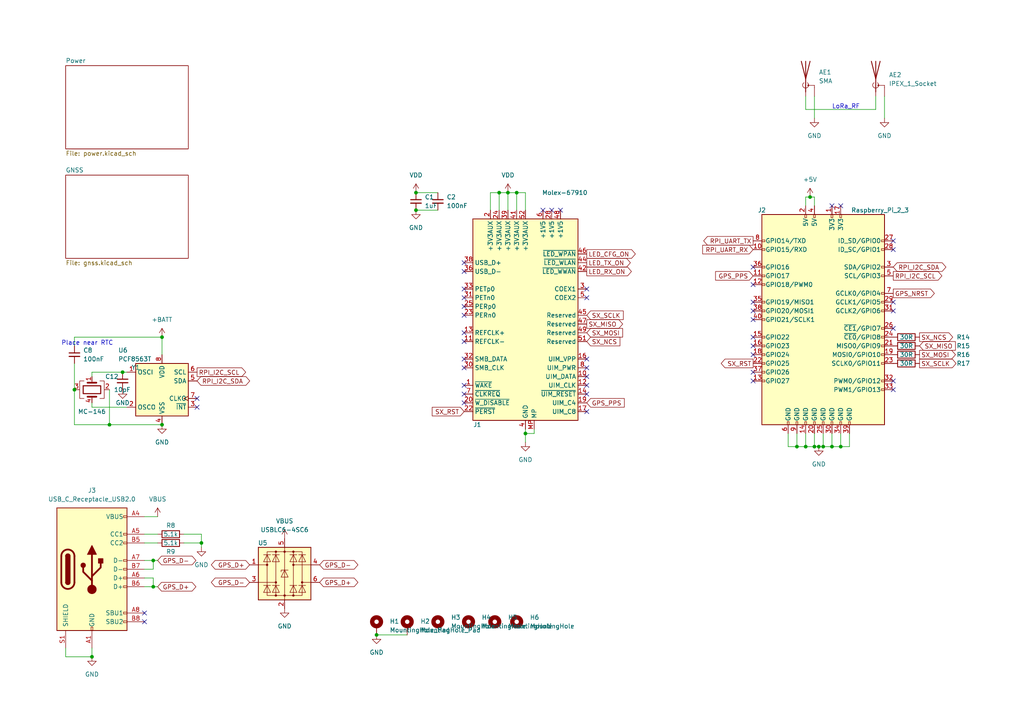
<source format=kicad_sch>
(kicad_sch (version 20230121) (generator eeschema)
  (paper "A4")
  (title_block (title "Pudding_LWGW") (date "2023-06-24") (rev "A0") (company "Pudding Industrials"))
  (lib_symbols
    (symbol "Connector:Bus_PCI_Express_Mini"
      (property "Reference" "J" (at -16.51 31.75 0))
      (property "Value" "Bus_PCI_Express_Mini" (at 22.86 31.75 0))
      (symbol "Bus_PCI_Express_Mini_0_1"
        (rectangle (start -15.24 30.48) (end 15.24 -27.94) (stroke (width 0.254)) (fill (type background)))
      )
      (symbol "Bus_PCI_Express_Mini_1_1"
        (pin open_collector line (at -17.78 -17.78 0) (length 2.54) (name "~{WAKE}") (number "1"))
        (pin bidirectional line (at 17.78 -15.24 180) (length 2.54) (name "UIM_DATA") (number "10"))
        (pin input line (at -17.78 -5.08 0) (length 2.54) (name "REFCLK-") (number "11"))
        (pin output line (at 17.78 -17.78 180) (length 2.54) (name "UIM_CLK") (number "12"))
        (pin input line (at -17.78 -2.54 0) (length 2.54) (name "REFCLK+") (number "13"))
        (pin output line (at 17.78 -20.32 180) (length 2.54) (name "~{UIM_RESET}") (number "14"))
        (pin passive line (at 0 -30.48 90) (length 2.54) hide (name "GND") (number "15"))
        (pin power_out line (at 17.78 -10.16 180) (length 2.54) (name "UIM_VPP") (number "16"))
        (pin passive line (at 17.78 -25.4 180) (length 2.54) (name "UIM_C8") (number "17"))
        (pin passive line (at 0 -30.48 90) (length 2.54) hide (name "GND") (number "18"))
        (pin passive line (at 17.78 -22.86 180) (length 2.54) (name "UIM_C4") (number "19"))
        (pin power_in line (at -10.16 33.02 270) (length 2.54) (name "+3V3AUX") (number "2"))
        (pin input line (at -17.78 -22.86 0) (length 2.54) (name "~{W_DISABLE}") (number "20"))
        (pin passive line (at 0 -30.48 90) (length 2.54) hide (name "GND") (number "21"))
        (pin input line (at -17.78 -25.4 0) (length 2.54) (name "~{PERST}") (number "22"))
        (pin output line (at -17.78 2.54 0) (length 2.54) (name "PERn0") (number "23"))
        (pin power_in line (at -7.62 33.02 270) (length 2.54) (name "+3V3AUX") (number "24"))
        (pin output line (at -17.78 5.08 0) (length 2.54) (name "PERp0") (number "25"))
        (pin passive line (at 0 -30.48 90) (length 2.54) hide (name "GND") (number "26"))
        (pin passive line (at 0 -30.48 90) (length 2.54) hide (name "GND") (number "27"))
        (pin power_in line (at 7.62 33.02 270) (length 2.54) (name "+1V5") (number "28"))
        (pin passive line (at 0 -30.48 90) (length 2.54) hide (name "GND") (number "29"))
        (pin passive line (at 17.78 10.16 180) (length 2.54) (name "COEX1") (number "3"))
        (pin input line (at -17.78 -12.7 0) (length 2.54) (name "SMB_CLK") (number "30"))
        (pin input line (at -17.78 7.62 0) (length 2.54) (name "PETn0") (number "31"))
        (pin bidirectional line (at -17.78 -10.16 0) (length 2.54) (name "SMB_DATA") (number "32"))
        (pin input line (at -17.78 10.16 0) (length 2.54) (name "PETp0") (number "33"))
        (pin passive line (at 0 -30.48 90) (length 2.54) hide (name "GND") (number "34"))
        (pin passive line (at 0 -30.48 90) (length 2.54) hide (name "GND") (number "35"))
        (pin bidirectional line (at -17.78 15.24 0) (length 2.54) (name "USB_D-") (number "36"))
        (pin passive line (at 0 -30.48 90) (length 2.54) hide (name "GND") (number "37"))
        (pin bidirectional line (at -17.78 17.78 0) (length 2.54) (name "USB_D+") (number "38"))
        (pin power_in line (at -5.08 33.02 270) (length 2.54) (name "+3V3AUX") (number "39"))
        (pin power_in line (at 0 -30.48 90) (length 2.54) (name "GND") (number "4"))
        (pin passive line (at 0 -30.48 90) (length 2.54) hide (name "GND") (number "40"))
        (pin power_in line (at -2.54 33.02 270) (length 2.54) (name "+3V3AUX") (number "41"))
        (pin open_collector line (at 17.78 15.24 180) (length 2.54) (name "~{LED_WWAN}") (number "42"))
        (pin passive line (at 0 -30.48 90) (length 2.54) hide (name "GND") (number "43"))
        (pin open_collector line (at 17.78 17.78 180) (length 2.54) (name "~{LED_WLAN}") (number "44"))
        (pin passive line (at 17.78 2.54 180) (length 2.54) (name "Reserved") (number "45"))
        (pin open_collector line (at 17.78 20.32 180) (length 2.54) (name "~{LED_WPAN}") (number "46"))
        (pin passive line (at 17.78 0 180) (length 2.54) (name "Reserved") (number "47"))
        (pin power_in line (at 10.16 33.02 270) (length 2.54) (name "+1V5") (number "48"))
        (pin passive line (at 17.78 -2.54 180) (length 2.54) (name "Reserved") (number "49"))
        (pin passive line (at 17.78 7.62 180) (length 2.54) (name "COEX2") (number "5"))
        (pin passive line (at 0 -30.48 90) (length 2.54) hide (name "GND") (number "50"))
        (pin passive line (at 17.78 -5.08 180) (length 2.54) (name "Reserved") (number "51"))
        (pin power_in line (at 0 33.02 270) (length 2.54) (name "+3V3AUX") (number "52"))
        (pin power_in line (at 5.08 33.02 270) (length 2.54) (name "+1V5") (number "6"))
        (pin open_collector line (at -17.78 -20.32 0) (length 2.54) (name "~{CLKREQ}") (number "7"))
        (pin power_out line (at 17.78 -12.7 180) (length 2.54) (name "UIM_PWR") (number "8"))
        (pin passive line (at 0 -30.48 90) (length 2.54) hide (name "GND") (number "9"))
        (pin passive line (at 2.54 -30.48 90) (length 2.54) (name "MP") (number "MP"))
      )
    )
    (symbol "Connector:Raspberry_Pi_2_3" (pin_names (offset 1.016))
      (property "Reference" "J" (at -17.78 31.75 0))
      (property "Value" "Raspberry_Pi_2_3" (at 10.16 -31.75 0))
      (symbol "Raspberry_Pi_2_3_0_1"
        (rectangle (start -17.78 30.48) (end 17.78 -30.48) (stroke (width 0.254)) (fill (type background)))
      )
      (symbol "Raspberry_Pi_2_3_1_1"
        (rectangle (start -16.891 -17.526) (end -17.78 -18.034))
        (rectangle (start -16.891 -14.986) (end -17.78 -15.494))
        (rectangle (start -16.891 -12.446) (end -17.78 -12.954))
        (rectangle (start -16.891 -9.906) (end -17.78 -10.414))
        (rectangle (start -16.891 -7.366) (end -17.78 -7.874))
        (rectangle (start -16.891 -4.826) (end -17.78 -5.334))
        (rectangle (start -16.891 0.254) (end -17.78 -0.254))
        (rectangle (start -16.891 2.794) (end -17.78 2.286))
        (rectangle (start -16.891 5.334) (end -17.78 4.826))
        (rectangle (start -16.891 10.414) (end -17.78 9.906))
        (rectangle (start -16.891 12.954) (end -17.78 12.446))
        (rectangle (start -16.891 15.494) (end -17.78 14.986))
        (rectangle (start -16.891 20.574) (end -17.78 20.066))
        (rectangle (start -16.891 23.114) (end -17.78 22.606))
        (rectangle (start -10.414 -29.591) (end -9.906 -30.48))
        (rectangle (start -7.874 -29.591) (end -7.366 -30.48))
        (rectangle (start -5.334 -29.591) (end -4.826 -30.48))
        (rectangle (start -5.334 30.48) (end -4.826 29.591))
        (rectangle (start -2.794 -29.591) (end -2.286 -30.48))
        (rectangle (start -2.794 30.48) (end -2.286 29.591))
        (rectangle (start -0.254 -29.591) (end 0.254 -30.48))
        (rectangle (start 2.286 -29.591) (end 2.794 -30.48))
        (rectangle (start 2.286 30.48) (end 2.794 29.591))
        (rectangle (start 4.826 -29.591) (end 5.334 -30.48))
        (rectangle (start 4.826 30.48) (end 5.334 29.591))
        (rectangle (start 7.366 -29.591) (end 7.874 -30.48))
        (rectangle (start 17.78 -20.066) (end 16.891 -20.574))
        (rectangle (start 17.78 -17.526) (end 16.891 -18.034))
        (rectangle (start 17.78 -12.446) (end 16.891 -12.954))
        (rectangle (start 17.78 -9.906) (end 16.891 -10.414))
        (rectangle (start 17.78 -7.366) (end 16.891 -7.874))
        (rectangle (start 17.78 -4.826) (end 16.891 -5.334))
        (rectangle (start 17.78 -2.286) (end 16.891 -2.794))
        (rectangle (start 17.78 2.794) (end 16.891 2.286))
        (rectangle (start 17.78 5.334) (end 16.891 4.826))
        (rectangle (start 17.78 7.874) (end 16.891 7.366))
        (rectangle (start 17.78 12.954) (end 16.891 12.446))
        (rectangle (start 17.78 15.494) (end 16.891 14.986))
        (rectangle (start 17.78 20.574) (end 16.891 20.066))
        (rectangle (start 17.78 23.114) (end 16.891 22.606))
        (pin power_in line (at 2.54 33.02 270) (length 2.54) (name "3V3") (number "1"))
        (pin bidirectional line (at -20.32 20.32 0) (length 2.54) (name "GPIO15/RXD") (number "10"))
        (pin bidirectional line (at -20.32 12.7 0) (length 2.54) (name "GPIO17") (number "11"))
        (pin bidirectional line (at -20.32 10.16 0) (length 2.54) (name "GPIO18/PWM0") (number "12"))
        (pin bidirectional line (at -20.32 -17.78 0) (length 2.54) (name "GPIO27") (number "13"))
        (pin power_in line (at -5.08 -33.02 90) (length 2.54) (name "GND") (number "14"))
        (pin bidirectional line (at -20.32 -5.08 0) (length 2.54) (name "GPIO22") (number "15"))
        (pin bidirectional line (at -20.32 -7.62 0) (length 2.54) (name "GPIO23") (number "16"))
        (pin power_in line (at 5.08 33.02 270) (length 2.54) (name "3V3") (number "17"))
        (pin bidirectional line (at -20.32 -10.16 0) (length 2.54) (name "GPIO24") (number "18"))
        (pin bidirectional line (at 20.32 -10.16 180) (length 2.54) (name "MOSI0/GPIO10") (number "19"))
        (pin power_in line (at -5.08 33.02 270) (length 2.54) (name "5V") (number "2"))
        (pin power_in line (at -2.54 -33.02 90) (length 2.54) (name "GND") (number "20"))
        (pin bidirectional line (at 20.32 -7.62 180) (length 2.54) (name "MISO0/GPIO9") (number "21"))
        (pin bidirectional line (at -20.32 -12.7 0) (length 2.54) (name "GPIO25") (number "22"))
        (pin bidirectional line (at 20.32 -12.7 180) (length 2.54) (name "SCLK0/GPIO11") (number "23"))
        (pin bidirectional line (at 20.32 -5.08 180) (length 2.54) (name "~{CE0}/GPIO8") (number "24"))
        (pin power_in line (at 0 -33.02 90) (length 2.54) (name "GND") (number "25"))
        (pin bidirectional line (at 20.32 -2.54 180) (length 2.54) (name "~{CE1}/GPIO7") (number "26"))
        (pin bidirectional line (at 20.32 22.86 180) (length 2.54) (name "ID_SD/GPIO0") (number "27"))
        (pin bidirectional line (at 20.32 20.32 180) (length 2.54) (name "ID_SC/GPIO1") (number "28"))
        (pin bidirectional line (at 20.32 5.08 180) (length 2.54) (name "GCLK1/GPIO5") (number "29"))
        (pin bidirectional line (at 20.32 15.24 180) (length 2.54) (name "SDA/GPIO2") (number "3"))
        (pin power_in line (at 2.54 -33.02 90) (length 2.54) (name "GND") (number "30"))
        (pin bidirectional line (at 20.32 2.54 180) (length 2.54) (name "GCLK2/GPIO6") (number "31"))
        (pin bidirectional line (at 20.32 -17.78 180) (length 2.54) (name "PWM0/GPIO12") (number "32"))
        (pin bidirectional line (at 20.32 -20.32 180) (length 2.54) (name "PWM1/GPIO13") (number "33"))
        (pin power_in line (at 5.08 -33.02 90) (length 2.54) (name "GND") (number "34"))
        (pin bidirectional line (at -20.32 5.08 0) (length 2.54) (name "GPIO19/MISO1") (number "35"))
        (pin bidirectional line (at -20.32 15.24 0) (length 2.54) (name "GPIO16") (number "36"))
        (pin bidirectional line (at -20.32 -15.24 0) (length 2.54) (name "GPIO26") (number "37"))
        (pin bidirectional line (at -20.32 2.54 0) (length 2.54) (name "GPIO20/MOSI1") (number "38"))
        (pin power_in line (at 7.62 -33.02 90) (length 2.54) (name "GND") (number "39"))
        (pin power_in line (at -2.54 33.02 270) (length 2.54) (name "5V") (number "4"))
        (pin bidirectional line (at -20.32 0 0) (length 2.54) (name "GPIO21/SCLK1") (number "40"))
        (pin bidirectional line (at 20.32 12.7 180) (length 2.54) (name "SCL/GPIO3") (number "5"))
        (pin power_in line (at -10.16 -33.02 90) (length 2.54) (name "GND") (number "6"))
        (pin bidirectional line (at 20.32 7.62 180) (length 2.54) (name "GCLK0/GPIO4") (number "7"))
        (pin bidirectional line (at -20.32 22.86 0) (length 2.54) (name "GPIO14/TXD") (number "8"))
        (pin power_in line (at -7.62 -33.02 90) (length 2.54) (name "GND") (number "9"))
      )
    )
    (symbol "Connector:USB_C_Receptacle_USB2.0" (pin_names (offset 1.016))
      (property "Reference" "J" (at -10.16 19.05 0))
      (property "Value" "USB_C_Receptacle_USB2.0" (at 19.05 19.05 0))
      (symbol "USB_C_Receptacle_USB2.0_0_0"
        (rectangle (start -0.254 -17.78) (end 0.254 -16.764))
        (rectangle (start 10.16 -14.986) (end 9.144 -15.494))
        (rectangle (start 10.16 -12.446) (end 9.144 -12.954))
        (rectangle (start 10.16 -4.826) (end 9.144 -5.334))
        (rectangle (start 10.16 -2.286) (end 9.144 -2.794))
        (rectangle (start 10.16 0.254) (end 9.144 -0.254))
        (rectangle (start 10.16 2.794) (end 9.144 2.286))
        (rectangle (start 10.16 7.874) (end 9.144 7.366))
        (rectangle (start 10.16 10.414) (end 9.144 9.906))
        (rectangle (start 10.16 15.494) (end 9.144 14.986))
      )
      (symbol "USB_C_Receptacle_USB2.0_0_1"
        (rectangle (start -10.16 17.78) (end 10.16 -17.78) (stroke (width 0.254)) (fill (type background)))
        (arc (start -8.89 -3.81) (mid -6.985 -5.7067) (end -5.08 -3.81) (stroke (width 0.508)))
        (arc (start -7.62 -3.81) (mid -6.985 -4.4423) (end -6.35 -3.81) (stroke (width 0.254)))
        (arc (start -7.62 -3.81) (mid -6.985 -4.4423) (end -6.35 -3.81) (stroke (width 0.254)) (fill (type outline)))
        (rectangle (start -7.62 -3.81) (end -6.35 3.81) (stroke (width 0.254)) (fill (type outline)))
        (arc (start -6.35 3.81) (mid -6.985 4.4423) (end -7.62 3.81) (stroke (width 0.254)))
        (arc (start -6.35 3.81) (mid -6.985 4.4423) (end -7.62 3.81) (stroke (width 0.254)) (fill (type outline)))
        (arc (start -5.08 3.81) (mid -6.985 5.7067) (end -8.89 3.81) (stroke (width 0.508)))
        (circle (center -2.54 1.143) (radius 0.635) (stroke (width 0.254)) (fill (type outline)))
        (circle (center 0 -5.842) (radius 1.27) (fill (type outline)))
        (polyline (pts (xy -8.89 -3.81) (xy -8.89 3.81)) (stroke (width 0.508)))
        (polyline (pts (xy -5.08 3.81) (xy -5.08 -3.81)) (stroke (width 0.508)))
        (polyline (pts (xy 0 -5.842) (xy 0 4.318)) (stroke (width 0.508)))
        (polyline (pts (xy 0 -3.302) (xy -2.54 -0.762) (xy -2.54 0.508)) (stroke (width 0.508)))
        (polyline (pts (xy 0 -2.032) (xy 2.54 0.508) (xy 2.54 1.778)) (stroke (width 0.508)))
        (polyline (pts (xy -1.27 4.318) (xy 0 6.858) (xy 1.27 4.318) (xy -1.27 4.318)) (stroke (width 0.254)) (fill (type outline)))
        (rectangle (start 1.905 1.778) (end 3.175 3.048) (stroke (width 0.254)) (fill (type outline)))
      )
      (symbol "USB_C_Receptacle_USB2.0_1_1"
        (pin passive line (at 0 -22.86 90) (length 5.08) (name "GND") (number "A1"))
        (pin passive line (at 0 -22.86 90) (length 5.08) hide (name "GND") (number "A12"))
        (pin passive line (at 15.24 15.24 180) (length 5.08) (name "VBUS") (number "A4"))
        (pin bidirectional line (at 15.24 10.16 180) (length 5.08) (name "CC1") (number "A5"))
        (pin bidirectional line (at 15.24 -2.54 180) (length 5.08) (name "D+") (number "A6"))
        (pin bidirectional line (at 15.24 2.54 180) (length 5.08) (name "D-") (number "A7"))
        (pin bidirectional line (at 15.24 -12.7 180) (length 5.08) (name "SBU1") (number "A8"))
        (pin passive line (at 15.24 15.24 180) (length 5.08) hide (name "VBUS") (number "A9"))
        (pin passive line (at 0 -22.86 90) (length 5.08) hide (name "GND") (number "B1"))
        (pin passive line (at 0 -22.86 90) (length 5.08) hide (name "GND") (number "B12"))
        (pin passive line (at 15.24 15.24 180) (length 5.08) hide (name "VBUS") (number "B4"))
        (pin bidirectional line (at 15.24 7.62 180) (length 5.08) (name "CC2") (number "B5"))
        (pin bidirectional line (at 15.24 -5.08 180) (length 5.08) (name "D+") (number "B6"))
        (pin bidirectional line (at 15.24 0 180) (length 5.08) (name "D-") (number "B7"))
        (pin bidirectional line (at 15.24 -15.24 180) (length 5.08) (name "SBU2") (number "B8"))
        (pin passive line (at 15.24 15.24 180) (length 5.08) hide (name "VBUS") (number "B9"))
        (pin passive line (at -7.62 -22.86 90) (length 5.08) (name "SHIELD") (number "S1"))
      )
    )
    (symbol "Device:Antenna_Shield" (pin_numbers hide) (pin_names (offset 1.016) hide)
      (property "Reference" "AE" (at -1.905 4.445 0))
      (property "Value" "Antenna_Shield" (at -1.905 2.54 0))
      (symbol "Antenna_Shield_0_1"
        (arc (start -0.508 -1.143) (mid -0.8429 -2.1194) (end 0 -2.667))
        (arc (start 0 -2.667) (mid 0.7989 -2.1052) (end 0.508 -1.143))
        (polyline (pts (xy 0 -2.54) (xy 0 0)))
        (polyline (pts (xy 0 5.08) (xy 0 -3.81)) (stroke (width 0.254)))
        (polyline (pts (xy 0.762 -1.905) (xy 2.54 -1.905)))
        (polyline (pts (xy 2.54 -2.54) (xy 2.54 -1.905)))
        (polyline (pts (xy 1.27 5.08) (xy 0 0) (xy -1.27 5.08)) (stroke (width 0.254)))
        (circle (center 0.762 -1.905) (radius 0.1778) (fill (type outline)))
      )
      (symbol "Antenna_Shield_1_1"
        (pin input line (at 0 -5.08 90) (length 2.54) (name "A") (number "1"))
        (pin input line (at 2.54 -5.08 90) (length 2.54) (name "Shield") (number "2"))
      )
    )
    (symbol "Device:C_Small" (pin_numbers hide) (pin_names (offset 0.254) hide)
      (property "Reference" "C" (at 0.254 1.778 0))
      (property "Value" "C_Small" (at 0.254 -2.032 0))
      (symbol "C_Small_0_1"
        (polyline (pts (xy -1.524 -0.508) (xy 1.524 -0.508)) (stroke (width 0.3302)))
        (polyline (pts (xy -1.524 0.508) (xy 1.524 0.508)) (stroke (width 0.3048)))
      )
      (symbol "C_Small_1_1"
        (pin passive line (at 0 2.54 270) (length 2.032) (name "~") (number "1"))
        (pin passive line (at 0 -2.54 90) (length 2.032) (name "~") (number "2"))
      )
    )
    (symbol "Device:Crystal_GND23" (pin_names (offset 1.016) hide)
      (property "Reference" "Y" (at 3.175 5.08 0))
      (property "Value" "Crystal_GND23" (at 3.175 3.175 0))
      (symbol "Crystal_GND23_0_1"
        (rectangle (start -1.143 2.54) (end 1.143 -2.54) (stroke (width 0.3048)))
        (polyline (pts (xy -2.54 0) (xy -2.032 0)))
        (polyline (pts (xy -2.032 -1.27) (xy -2.032 1.27)) (stroke (width 0.508)))
        (polyline (pts (xy 0 -3.81) (xy 0 -3.556)))
        (polyline (pts (xy 0 3.556) (xy 0 3.81)))
        (polyline (pts (xy 2.032 -1.27) (xy 2.032 1.27)) (stroke (width 0.508)))
        (polyline (pts (xy 2.032 0) (xy 2.54 0)))
        (polyline (pts (xy -2.54 -2.286) (xy -2.54 -3.556) (xy 2.54 -3.556) (xy 2.54 -2.286)))
        (polyline (pts (xy -2.54 2.286) (xy -2.54 3.556) (xy 2.54 3.556) (xy 2.54 2.286)))
      )
      (symbol "Crystal_GND23_1_1"
        (pin passive line (at -3.81 0 0) (length 1.27) (name "1") (number "1"))
        (pin passive line (at 0 5.08 270) (length 1.27) (name "2") (number "2"))
        (pin passive line (at 0 -5.08 90) (length 1.27) (name "3") (number "3"))
        (pin passive line (at 3.81 0 180) (length 1.27) (name "4") (number "4"))
      )
    )
    (symbol "Device:R" (pin_numbers hide) (pin_names (offset 0))
      (property "Reference" "R" (at 2.032 0 90))
      (property "Value" "R" (at 0 0 90))
      (symbol "R_0_1"
        (rectangle (start -1.016 -2.54) (end 1.016 2.54) (stroke (width 0.254)))
      )
      (symbol "R_1_1"
        (pin passive line (at 0 3.81 270) (length 1.27) (name "~") (number "1"))
        (pin passive line (at 0 -3.81 90) (length 1.27) (name "~") (number "2"))
      )
    )
    (symbol "Mechanical:MountingHole" (pin_names (offset 1.016))
      (property "Reference" "H" (at 0 5.08 0))
      (property "Value" "MountingHole" (at 0 3.175 0))
      (symbol "MountingHole_0_1"
        (circle (center 0 0) (radius 1.27) (stroke (width 1.27)))
      )
    )
    (symbol "Mechanical:MountingHole_Pad" (pin_numbers hide) (pin_names (offset 1.016) hide)
      (property "Reference" "H" (at 0 6.35 0))
      (property "Value" "MountingHole_Pad" (at 0 4.445 0))
      (symbol "MountingHole_Pad_0_1"
        (circle (center 0 1.27) (radius 1.27) (stroke (width 1.27)))
      )
      (symbol "MountingHole_Pad_1_1"
        (pin input line (at 0 -2.54 90) (length 2.54) (name "1") (number "1"))
      )
    )
    (symbol "Power_Protection:USBLC6-4SC6" (pin_names hide)
      (property "Reference" "U" (at 2.54 8.89 0))
      (property "Value" "USBLC6-4SC6" (at 2.54 -8.89 0))
      (symbol "USBLC6-4SC6_0_1"
        (rectangle (start -7.62 -7.62) (end 7.62 7.62) (stroke (width 0.254)) (fill (type background)))
        (circle (center -5.08 2.54) (radius 0.254) (fill (type outline)))
        (circle (center -2.54 -6.35) (radius 0.254) (fill (type outline)))
        (circle (center -2.54 -2.54) (radius 0.254) (fill (type outline)))
        (circle (center -2.54 6.35) (radius 0.254) (fill (type outline)))
        (rectangle (start -2.54 6.35) (end 2.54 -6.35))
        (circle (center 0 -6.35) (radius 0.254) (fill (type outline)))
        (polyline (pts (xy -5.08 2.54) (xy -7.62 2.54)))
        (polyline (pts (xy -4.064 -3.429) (xy -6.096 -3.429)))
        (polyline (pts (xy -4.064 5.461) (xy -6.096 5.461)))
        (polyline (pts (xy -2.54 -2.54) (xy -7.62 -2.54)))
        (polyline (pts (xy -1.524 -3.429) (xy -3.556 -3.429)))
        (polyline (pts (xy -1.524 5.461) (xy -3.556 5.461)))
        (polyline (pts (xy 0 -7.62) (xy 0 -6.35)))
        (polyline (pts (xy 0 -6.35) (xy 0 1.27)))
        (polyline (pts (xy 0 1.27) (xy 0 6.35)))
        (polyline (pts (xy 0 6.35) (xy 0 7.62)))
        (polyline (pts (xy 1.524 -3.429) (xy 3.556 -3.429)))
        (polyline (pts (xy 1.524 5.461) (xy 3.556 5.461)))
        (polyline (pts (xy 2.54 2.54) (xy 7.62 2.54)))
        (polyline (pts (xy 4.064 -3.429) (xy 6.096 -3.429)))
        (polyline (pts (xy 4.064 5.461) (xy 6.096 5.461)))
        (polyline (pts (xy 5.08 -2.54) (xy 7.62 -2.54)))
        (polyline (pts (xy -6.096 -5.461) (xy -4.064 -5.461) (xy -5.08 -3.429) (xy -6.096 -5.461)))
        (polyline (pts (xy -6.096 3.429) (xy -4.064 3.429) (xy -5.08 5.461) (xy -6.096 3.429)))
        (polyline (pts (xy -3.556 -5.461) (xy -1.524 -5.461) (xy -2.54 -3.429) (xy -3.556 -5.461)))
        (polyline (pts (xy -3.556 3.429) (xy -1.524 3.429) (xy -2.54 5.461) (xy -3.556 3.429)))
        (polyline (pts (xy -2.54 6.35) (xy -5.08 6.35) (xy -5.08 -6.35) (xy -2.54 -6.35)))
        (polyline (pts (xy -1.016 -1.016) (xy 1.016 -1.016) (xy 0 1.016) (xy -1.016 -1.016)))
        (polyline (pts (xy 1.016 1.016) (xy 0.762 1.016) (xy -1.016 1.016) (xy -1.016 0.508)))
        (polyline (pts (xy 2.54 6.35) (xy 5.08 6.35) (xy 5.08 -6.35) (xy 2.54 -6.35)))
        (polyline (pts (xy 3.556 -5.461) (xy 1.524 -5.461) (xy 2.54 -3.429) (xy 3.556 -5.461)))
        (polyline (pts (xy 3.556 3.429) (xy 1.524 3.429) (xy 2.54 5.461) (xy 3.556 3.429)))
        (polyline (pts (xy 6.096 -5.461) (xy 4.064 -5.461) (xy 5.08 -3.429) (xy 6.096 -5.461)))
        (polyline (pts (xy 6.096 3.429) (xy 4.064 3.429) (xy 5.08 5.461) (xy 6.096 3.429)))
        (circle (center 0 6.35) (radius 0.254) (fill (type outline)))
        (circle (center 2.54 -6.35) (radius 0.254) (fill (type outline)))
        (circle (center 2.54 2.54) (radius 0.254) (fill (type outline)))
        (circle (center 2.54 6.35) (radius 0.254) (fill (type outline)))
        (circle (center 5.08 -2.54) (radius 0.254) (fill (type outline)))
      )
      (symbol "USBLC6-4SC6_1_1"
        (pin passive line (at -10.16 2.54 0) (length 2.54) (name "I/O1") (number "1"))
        (pin passive line (at 0 -10.16 90) (length 2.54) (name "GND") (number "2"))
        (pin passive line (at -10.16 -2.54 0) (length 2.54) (name "I/O2") (number "3"))
        (pin passive line (at 10.16 2.54 180) (length 2.54) (name "I/O3") (number "4"))
        (pin passive line (at 0 10.16 270) (length 2.54) (name "VBUS") (number "5"))
        (pin passive line (at 10.16 -2.54 180) (length 2.54) (name "I/O4") (number "6"))
      )
    )
    (symbol "Timer_RTC:PCF8563T"
      (property "Reference" "U" (at -7.62 8.89 0))
      (property "Value" "PCF8563T" (at 2.54 8.89 0))
      (symbol "PCF8563T_0_1"
        (rectangle (start -7.62 7.62) (end 7.62 -7.62) (stroke (width 0.254)) (fill (type background)))
      )
      (symbol "PCF8563T_1_1"
        (pin input line (at -10.16 5.08 0) (length 2.54) (name "OSCI") (number "1"))
        (pin output line (at -10.16 -5.08 0) (length 2.54) (name "OSCO") (number "2"))
        (pin output line (at 10.16 -5.08 180) (length 2.54) (name "~{INT}") (number "3"))
        (pin power_in line (at 0 -10.16 90) (length 2.54) (name "VSS") (number "4"))
        (pin bidirectional line (at 10.16 2.54 180) (length 2.54) (name "SDA") (number "5"))
        (pin input line (at 10.16 5.08 180) (length 2.54) (name "SCL") (number "6"))
        (pin output clock (at 10.16 -2.54 180) (length 2.54) (name "CLKO") (number "7"))
        (pin power_in line (at 0 10.16 270) (length 2.54) (name "VDD") (number "8"))
      )
    )
    (symbol "power:+5V" (power) (pin_names (offset 0))
      (property "Value" "+5V" (at 0 3.556 0))
      (symbol "+5V_0_1"
        (polyline (pts (xy -0.762 1.27) (xy 0 2.54)))
        (polyline (pts (xy 0 0) (xy 0 2.54)))
        (polyline (pts (xy 0 2.54) (xy 0.762 1.27)))
      )
      (symbol "+5V_1_1"
        (pin power_in line (at 0 0 90) (length 0) hide (name "+5V") (number "1"))
      )
    )
    (symbol "power:+BATT" (power) (pin_names (offset 0))
      (property "Value" "+BATT" (at 0 3.556 0))
      (symbol "+BATT_0_1"
        (polyline (pts (xy -0.762 1.27) (xy 0 2.54)))
        (polyline (pts (xy 0 0) (xy 0 2.54)))
        (polyline (pts (xy 0 2.54) (xy 0.762 1.27)))
      )
      (symbol "+BATT_1_1"
        (pin power_in line (at 0 0 90) (length 0) hide (name "+BATT") (number "1"))
      )
    )
    (symbol "power:GND" (power) (pin_names (offset 0))
      (property "Value" "GND" (at 0 -3.81 0))
      (symbol "GND_0_1"
        (polyline (pts (xy 0 0) (xy 0 -1.27) (xy 1.27 -1.27) (xy 0 -2.54) (xy -1.27 -1.27) (xy 0 -1.27)))
      )
      (symbol "GND_1_1"
        (pin power_in line (at 0 0 270) (length 0) hide (name "GND") (number "1"))
      )
    )
    (symbol "power:VBUS" (power) (pin_names (offset 0))
      (property "Value" "VBUS" (at 0 3.81 0))
      (symbol "VBUS_0_1"
        (polyline (pts (xy -0.762 1.27) (xy 0 2.54)))
        (polyline (pts (xy 0 0) (xy 0 2.54)))
        (polyline (pts (xy 0 2.54) (xy 0.762 1.27)))
      )
      (symbol "VBUS_1_1"
        (pin power_in line (at 0 0 90) (length 0) hide (name "VBUS") (number "1"))
      )
    )
    (symbol "power:VDD" (power) (pin_names (offset 0))
      (property "Value" "VDD" (at 0 3.81 0))
      (symbol "VDD_0_1"
        (polyline (pts (xy -0.762 1.27) (xy 0 2.54)))
        (polyline (pts (xy 0 0) (xy 0 2.54)))
        (polyline (pts (xy 0 2.54) (xy 0.762 1.27)))
      )
      (symbol "VDD_1_1"
        (pin power_in line (at 0 0 90) (length 0) hide (name "VDD") (number "1"))
      )
    )
  )
  (junction (at 120.65 55.88) (diameter 0.9144))
  (junction (at 21.59 113.03))
  (junction (at 46.99 97.79))
  (junction (at 44.45 162.56))
  (junction (at 44.45 170.18))
  (junction (at 31.75 123.19))
  (junction (at 236.22 129.54) (diameter 0.9144))
  (junction (at 238.76 129.54) (diameter 0.9144))
  (junction (at 237.49 129.54) (diameter 0.9144))
  (junction (at 46.99 123.19))
  (junction (at 231.14 129.54) (diameter 0.9144))
  (junction (at 233.68 129.54) (diameter 0.9144))
  (junction (at 234.95 57.15) (diameter 0.9144))
  (junction (at 26.67 190.5))
  (junction (at 152.4 125.73) (diameter 0.9144))
  (junction (at 147.32 55.88) (diameter 0.9144))
  (junction (at 243.84 129.54) (diameter 0.9144))
  (junction (at 120.65 60.96) (diameter 0.9144))
  (junction (at 58.42 157.48))
  (junction (at 109.22 184.15) (diameter 0.9144))
  (junction (at 144.78 55.88) (diameter 0.9144))
  (junction (at 35.56 107.95))
  (junction (at 241.3 129.54) (diameter 0.9144))
  (junction (at 149.86 55.88) (diameter 0.9144))
  (no_connect (at 259.08 69.85))
  (no_connect (at 218.44 107.95))
  (no_connect (at 170.18 83.82))
  (no_connect (at 170.18 86.36))
  (no_connect (at 218.44 97.79))
  (no_connect (at 259.08 110.49))
  (no_connect (at 259.08 90.17))
  (no_connect (at 259.08 72.39))
  (no_connect (at 218.44 90.17))
  (no_connect (at 218.44 77.47))
  (no_connect (at 241.3 59.69))
  (no_connect (at 243.84 59.69))
  (no_connect (at 41.91 177.8))
  (no_connect (at 218.44 110.49))
  (no_connect (at 57.15 115.57))
  (no_connect (at 218.44 92.71))
  (no_connect (at 259.08 87.63))
  (no_connect (at 218.44 100.33))
  (no_connect (at 134.62 96.52))
  (no_connect (at 134.62 99.06))
  (no_connect (at 218.44 82.55))
  (no_connect (at 259.08 95.25))
  (no_connect (at -307.34 81.28))
  (no_connect (at 218.44 87.63))
  (no_connect (at 57.15 118.11))
  (no_connect (at 134.62 76.2))
  (no_connect (at 134.62 78.74))
  (no_connect (at 134.62 83.82))
  (no_connect (at 134.62 86.36))
  (no_connect (at 134.62 88.9))
  (no_connect (at 134.62 91.44))
  (no_connect (at 134.62 104.14))
  (no_connect (at 134.62 106.68))
  (no_connect (at 134.62 111.76))
  (no_connect (at 134.62 114.3))
  (no_connect (at 134.62 116.84))
  (no_connect (at 170.18 104.14))
  (no_connect (at 170.18 106.68))
  (no_connect (at 170.18 109.22))
  (no_connect (at 170.18 111.76))
  (no_connect (at 170.18 114.3))
  (no_connect (at 170.18 119.38))
  (no_connect (at 41.91 180.34))
  (no_connect (at 218.44 102.87))
  (no_connect (at 157.48 60.96))
  (no_connect (at 160.02 60.96))
  (no_connect (at 162.56 60.96))
  (no_connect (at 259.08 113.03))
  (wire (pts (xy 233.68 125.73) (xy 233.68 129.54)))
  (wire (pts (xy 236.22 57.15) (xy 234.95 57.15)))
  (wire (pts (xy 236.22 59.69) (xy 236.22 57.15)))
  (wire (pts (xy 41.91 162.56) (xy 44.45 162.56)))
  (wire (pts (xy 35.56 107.95) (xy 36.83 107.95)))
  (wire (pts (xy 53.34 154.94) (xy 58.42 154.94)))
  (wire (pts (xy 109.22 184.15) (xy 118.11 184.15)))
  (wire (pts (xy 120.65 55.88) (xy 127 55.88)))
  (wire (pts (xy 44.45 167.64) (xy 44.45 170.18)))
  (wire (pts (xy 144.78 55.88) (xy 144.78 60.96)))
  (wire (pts (xy 26.67 118.11) (xy 26.67 116.84)))
  (wire (pts (xy 231.14 125.73) (xy 231.14 129.54)))
  (wire (pts (xy 147.32 55.88) (xy 147.32 60.96)))
  (wire (pts (xy 236.22 125.73) (xy 236.22 129.54)))
  (wire (pts (xy 26.67 109.22) (xy 26.67 107.95)))
  (wire (pts (xy 41.91 149.86) (xy 45.72 149.86)))
  (wire (pts (xy 36.83 118.11) (xy 26.67 118.11)))
  (wire (pts (xy 31.75 113.03) (xy 31.75 123.19)))
  (wire (pts (xy 26.67 187.96) (xy 26.67 190.5)))
  (wire (pts (xy 21.59 113.03) (xy 21.59 123.19)))
  (wire (pts (xy 58.42 154.94) (xy 58.42 157.48)))
  (wire (pts (xy 228.6 125.73) (xy 228.6 129.54)))
  (wire (pts (xy 228.6 129.54) (xy 231.14 129.54)))
  (wire (pts (xy 231.14 129.54) (xy 233.68 129.54)))
  (wire (pts (xy 233.68 129.54) (xy 236.22 129.54)))
  (wire (pts (xy 236.22 129.54) (xy 237.49 129.54)))
  (wire (pts (xy 237.49 129.54) (xy 238.76 129.54)))
  (wire (pts (xy 238.76 129.54) (xy 241.3 129.54)))
  (wire (pts (xy 241.3 129.54) (xy 243.84 129.54)))
  (wire (pts (xy 243.84 129.54) (xy 246.38 129.54)))
  (wire (pts (xy 246.38 129.54) (xy 246.38 125.73)))
  (wire (pts (xy 120.65 60.96) (xy 127 60.96)))
  (wire (pts (xy 256.54 27.94) (xy 256.54 34.29)))
  (wire (pts (xy 21.59 123.19) (xy 31.75 123.19)))
  (wire (pts (xy 44.45 170.18) (xy 41.91 170.18)))
  (wire (pts (xy 152.4 55.88) (xy 149.86 55.88)))
  (wire (pts (xy 152.4 60.96) (xy 152.4 55.88)))
  (wire (pts (xy 41.91 154.94) (xy 45.72 154.94)))
  (wire (pts (xy 41.91 165.1) (xy 44.45 165.1)))
  (wire (pts (xy 26.67 107.95) (xy 35.56 107.95)))
  (wire (pts (xy 19.05 187.96) (xy 19.05 190.5)))
  (wire (pts (xy 46.99 97.79) (xy 46.99 102.87)))
  (wire (pts (xy 236.22 27.94) (xy 236.22 34.29)))
  (wire (pts (xy 53.34 157.48) (xy 58.42 157.48)))
  (wire (pts (xy 58.42 157.48) (xy 58.42 158.75)))
  (wire (pts (xy 44.45 165.1) (xy 44.45 162.56)))
  (wire (pts (xy 19.05 190.5) (xy 26.67 190.5)))
  (wire (pts (xy 149.86 55.88) (xy 147.32 55.88)))
  (wire (pts (xy 149.86 60.96) (xy 149.86 55.88)))
  (wire (pts (xy 44.45 170.18) (xy 45.72 170.18)))
  (wire (pts (xy 233.68 57.15) (xy 234.95 57.15)))
  (wire (pts (xy 233.68 59.69) (xy 233.68 57.15)))
  (wire (pts (xy 233.68 27.94) (xy 233.68 31.75)))
  (wire (pts (xy 233.68 31.75) (xy 254 31.75)))
  (wire (pts (xy 254 31.75) (xy 254 27.94)))
  (wire (pts (xy 152.4 124.46) (xy 152.4 125.73)))
  (wire (pts (xy 152.4 125.73) (xy 152.4 128.27)))
  (wire (pts (xy 21.59 97.79) (xy 46.99 97.79)))
  (wire (pts (xy 41.91 157.48) (xy 45.72 157.48)))
  (wire (pts (xy 21.59 105.41) (xy 21.59 113.03)))
  (wire (pts (xy 243.84 125.73) (xy 243.84 129.54)))
  (wire (pts (xy 238.76 125.73) (xy 238.76 129.54)))
  (wire (pts (xy 154.94 124.46) (xy 154.94 125.73)))
  (wire (pts (xy 154.94 125.73) (xy 152.4 125.73)))
  (wire (pts (xy 21.59 100.33) (xy 21.59 97.79)))
  (wire (pts (xy 44.45 162.56) (xy 45.72 162.56)))
  (wire (pts (xy 142.24 55.88) (xy 144.78 55.88)))
  (wire (pts (xy 142.24 60.96) (xy 142.24 55.88)))
  (wire (pts (xy 144.78 55.88) (xy 147.32 55.88)))
  (wire (pts (xy 41.91 167.64) (xy 44.45 167.64)))
  (wire (pts (xy 31.75 123.19) (xy 46.99 123.19)))
  (wire (pts (xy 241.3 125.73) (xy 241.3 129.54)))
  (text "Place near RTC" (at 17.78 100.33 0) (effects (font (size 1.27 1.27)) (justify left bottom)))
  (text "LoRa_RF" (at 241.3 31.75 0) (effects (font (size 1.27 1.27)) (justify left bottom)))
  (global_label "RPI_I2C_SDA" (shape bidirectional) (at 57.15 110.49 0) (property "Intersheetrefs" "${INTERSHEET_REFS}" (effects hide)))
  (global_label "SX_MOSI" (shape input) (at 170.18 96.52 0) (property "Intersheetrefs" "${INTERSHEET_REFS}" (effects hide)))
  (global_label "SX_RST" (shape input) (at 134.62 119.38 180) (property "Intersheetrefs" "${INTERSHEET_REFS}" (effects hide)))
  (global_label "SX_SCLK" (shape output) (at 266.7 105.41 0) (property "Intersheetrefs" "${INTERSHEET_REFS}" (effects hide)))
  (global_label "SX_MOSI" (shape output) (at 266.7 102.87 0) (property "Intersheetrefs" "${INTERSHEET_REFS}" (effects hide)))
  (global_label "GPS_D-" (shape bidirectional) (at 92.71 163.83 0) (property "Intersheetrefs" "${INTERSHEET_REFS}" (effects hide)))
  (global_label "LED_TX_ON" (shape output) (at 170.18 76.2 0) (property "Intersheetrefs" "${INTERSHEET_REFS}" (effects hide)))
  (global_label "RPI_I2C_SDA" (shape bidirectional) (at 259.08 77.47 0) (property "Intersheetrefs" "${INTERSHEET_REFS}" (effects hide)))
  (global_label "GPS_D+" (shape bidirectional) (at 92.71 168.91 0) (property "Intersheetrefs" "${INTERSHEET_REFS}" (effects hide)))
  (global_label "GPS_D-" (shape bidirectional) (at 72.39 168.91 180) (property "Intersheetrefs" "${INTERSHEET_REFS}" (effects hide)))
  (global_label "GPS_NRST" (shape output) (at 259.08 85.09 0) (property "Intersheetrefs" "${INTERSHEET_REFS}" (effects hide)))
  (global_label "SX_NCS" (shape output) (at 266.7 97.79 0) (property "Intersheetrefs" "${INTERSHEET_REFS}" (effects hide)))
  (global_label "LED_RX_ON" (shape output) (at 170.18 78.74 0) (property "Intersheetrefs" "${INTERSHEET_REFS}" (effects hide)))
  (global_label "SX_RST" (shape output) (at 218.44 105.41 180) (property "Intersheetrefs" "${INTERSHEET_REFS}" (effects hide)))
  (global_label "GPS_PPS" (shape input) (at 170.18 116.84 0) (property "Intersheetrefs" "${INTERSHEET_REFS}" (effects hide)))
  (global_label "SX_SCLK" (shape input) (at 170.18 91.44 0) (property "Intersheetrefs" "${INTERSHEET_REFS}" (effects hide)))
  (global_label "RPI_UART_RX" (shape input) (at 218.44 72.39 180) (property "Intersheetrefs" "${INTERSHEET_REFS}" (effects hide)))
  (global_label "RPI_UART_TX" (shape output) (at 218.44 69.85 180) (property "Intersheetrefs" "${INTERSHEET_REFS}" (effects hide)))
  (global_label "GPS_D+" (shape bidirectional) (at 45.72 170.18 0) (property "Intersheetrefs" "${INTERSHEET_REFS}" (effects hide)))
  (global_label "LED_CFG_ON" (shape output) (at 170.18 73.66 0) (property "Intersheetrefs" "${INTERSHEET_REFS}" (effects hide)))
  (global_label "GPS_D-" (shape bidirectional) (at 45.72 162.56 0) (property "Intersheetrefs" "${INTERSHEET_REFS}" (effects hide)))
  (global_label "RPI_I2C_SCL" (shape output) (at 57.15 107.95 0) (property "Intersheetrefs" "${INTERSHEET_REFS}" (effects hide)))
  (global_label "SX_MISO" (shape output) (at 170.18 93.98 0) (property "Intersheetrefs" "${INTERSHEET_REFS}" (effects hide)))
  (global_label "SX_NCS" (shape input) (at 170.18 99.06 0) (property "Intersheetrefs" "${INTERSHEET_REFS}" (effects hide)))
  (global_label "GPS_D+" (shape bidirectional) (at 72.39 163.83 180) (property "Intersheetrefs" "${INTERSHEET_REFS}" (effects hide)))
  (global_label "GPS_PPS" (shape input) (at 218.44 80.01 180) (property "Intersheetrefs" "${INTERSHEET_REFS}" (effects hide)))
  (global_label "SX_MISO" (shape input) (at 266.7 100.33 0) (property "Intersheetrefs" "${INTERSHEET_REFS}" (effects hide)))
  (global_label "RPI_I2C_SCL" (shape output) (at 259.08 80.01 0) (property "Intersheetrefs" "${INTERSHEET_REFS}" (effects hide)))
  (symbol (lib_id "Device:R") (at 262.89 105.41 90) (unit 1)
    (property "Reference" "R17" (at 279.4 105.41 90))
    (property "Value" "30R" (at 262.89 105.41 90))
    (property "Footprint" "Resistor_SMD:R_0603_1608Metric" (effects hide))
  )
  (symbol (lib_id "power:VBUS") (at 82.55 156.21 0) (unit 1)
    (property "Reference" "#PWR0137" (effects hide))
    (property "Value" "VBUS" (at 82.55 151.13 0))
  )
  (symbol (lib_id "Timer_RTC:PCF8563T") (at 46.99 113.03 0) (unit 1)
    (property "Reference" "U6" (at 34.29 101.6 0) (effects (justify left)))
    (property "Value" "PCF8563T" (at 34.29 104.14 0) (effects (justify left)))
    (property "Footprint" "Package_SO:SOIC-8_3.9x4.9mm_P1.27mm" (effects hide))
    (property "Datasheet" "https://www.nxp.com/docs/en/data-sheet/PCF8563.pdf" (effects hide))
  )
  (symbol (lib_id "power:GND") (at 236.22 34.29 0) (unit 1)
    (property "Reference" "#PWR0126" (effects hide))
    (property "Value" "GND" (at 236.22 39.37 0))
  )
  (symbol (lib_id "power:GND") (at 26.67 190.5 0) (unit 1)
    (property "Reference" "#PWR027" (effects hide))
    (property "Value" "GND" (at 26.67 195.58 0))
  )
  (symbol (lib_id "power:+5V") (at 234.95 57.15 0) (unit 1)
    (property "Reference" "#PWR0105" (effects hide))
    (property "Value" "+5V" (at 234.95 52.07 0))
  )
  (symbol (lib_id "Device:R") (at 262.89 97.79 90) (unit 1)
    (property "Reference" "R14" (at 279.4 97.79 90))
    (property "Value" "30R" (at 262.89 97.79 90))
    (property "Footprint" "Resistor_SMD:R_0603_1608Metric" (effects hide))
  )
  (symbol (lib_id "Device:Antenna_Shield") (at 233.68 22.86 0) (unit 1)
    (property "Reference" "AE1" (at 237.49 20.955 0) (effects (justify left)))
    (property "Value" "SMA" (at 237.49 23.495 0) (effects (justify left)))
    (property "Footprint" "Connector_Coaxial:SMA_Samtec_SMA-J-P-X-ST-EM1_EdgeMount" (effects hide))
  )
  (symbol (lib_id "power:GND") (at 82.55 176.53 0) (unit 1)
    (property "Reference" "#PWR0136" (effects hide))
    (property "Value" "GND" (at 82.55 181.61 0))
  )
  (symbol (lib_id "power:+BATT") (at 46.99 97.79 0) (unit 1)
    (property "Reference" "#PWR09" (effects hide))
    (property "Value" "+BATT" (at 46.99 92.71 0))
  )
  (symbol (lib_id "power:GND") (at 120.65 60.96 0) (unit 1)
    (property "Reference" "#PWR0129" (effects hide))
    (property "Value" "GND" (at 120.65 66.04 0))
  )
  (symbol (lib_id "power:GND") (at 256.54 34.29 0) (unit 1)
    (property "Reference" "#PWR0125" (effects hide))
    (property "Value" "GND" (at 256.54 39.37 0))
  )
  (symbol (lib_id "power:GND") (at 58.42 158.75 0) (unit 1)
    (property "Reference" "#PWR036" (effects hide))
    (property "Value" "GND" (at 58.42 163.83 0))
  )
  (symbol (lib_id "Device:R") (at 49.53 154.94 90) (unit 1)
    (property "Reference" "R8" (at 49.53 152.4 90))
    (property "Value" "5.1k" (at 49.53 154.94 90))
    (property "Footprint" "Resistor_SMD:R_0603_1608Metric" (effects hide))
  )
  (symbol (lib_id "Connector:USB_C_Receptacle_USB2.0") (at 26.67 165.1 0) (unit 1)
    (property "Reference" "J3" (at 26.67 142.24 0))
    (property "Value" "USB_C_Receptacle_USB2.0" (at 26.67 144.78 0))
    (property "Footprint" "Connector_USB:USB_C_Receptacle_XKB_U262-16XN-4BVC11" (effects hide))
    (property "Datasheet" "https://www.usb.org/sites/default/files/documents/usb_type-c.zip" (effects hide))
  )
  (symbol (lib_id "power:GND") (at 152.4 128.27 0) (unit 1)
    (property "Reference" "#PWR0111" (effects hide))
    (property "Value" "GND" (at 152.4 133.35 0))
  )
  (symbol (lib_id "Device:Antenna_Shield") (at 254 22.86 0) (unit 1)
    (property "Reference" "AE2" (at 257.81 21.7169 0) (effects (justify left)))
    (property "Value" "IPEX_1_Socket" (at 257.81 24.2569 0) (effects (justify left)))
    (property "Footprint" "Connector_Coaxial:U.FL_Molex_MCRF_73412-0110_Vertical" (effects hide))
  )
  (symbol (lib_id "Device:C_Small") (at 120.65 58.42 0) (unit 1)
    (property "Reference" "C1" (at 123.19 57.1563 0) (effects (justify left)))
    (property "Value" "1uF" (at 123.19 59.6963 0) (effects (justify left)))
    (property "Footprint" "Capacitor_SMD:C_0603_1608Metric" (effects hide))
  )
  (symbol (lib_id "power:GND") (at 46.99 123.19 0) (unit 1)
    (property "Reference" "#PWR08" (effects hide))
    (property "Value" "GND" (at 46.99 128.27 0))
  )
  (symbol (lib_id "power:VDD") (at 147.32 55.88 0) (unit 1)
    (property "Reference" "#PWR0116" (effects hide))
    (property "Value" "VDD" (at 147.32 50.8 0))
  )
  (symbol (lib_id "Mechanical:MountingHole_Pad") (at 118.11 181.61 0) (unit 1)
    (property "Reference" "H2" (at 121.92 180.2129 0) (effects (justify left)))
    (property "Value" "MountingHole_Pad" (at 121.92 182.7529 0) (effects (justify left)))
    (property "Footprint" "MountingHole:MountingHole_2.7mm_M2.5_Pad" (effects hide))
  )
  (symbol (lib_id "Power_Protection:USBLC6-4SC6") (at 82.55 166.37 0) (unit 1)
    (property "Reference" "U5" (at 76.2 157.48 0))
    (property "Value" "USBLC6-4SC6" (at 82.55 153.67 0))
    (property "Footprint" "Package_TO_SOT_SMD:SOT-23-6" (effects hide))
    (property "Datasheet" "https://www.st.com/resource/en/datasheet/usblc6-4.pdf" (effects hide))
  )
  (symbol (lib_id "Device:R") (at 262.89 100.33 90) (unit 1)
    (property "Reference" "R15" (at 279.4 100.33 90))
    (property "Value" "30R" (at 262.89 100.33 90))
    (property "Footprint" "Resistor_SMD:R_0603_1608Metric" (effects hide))
  )
  (symbol (lib_id "power:VDD") (at 120.65 55.88 0) (unit 1)
    (property "Reference" "#PWR0130" (effects hide))
    (property "Value" "VDD" (at 120.65 50.8 0))
  )
  (symbol (lib_id "Connector:Bus_PCI_Express_Mini") (at 152.4 93.98 0) (unit 1)
    (property "Reference" "J1" (at 138.43 123.19 0))
    (property "Value" "Molex-67910" (at 163.83 55.88 0))
    (property "Footprint" "Connector_PCIE_Local:Molex-67910-0002-0-0-0" (effects hide))
  )
  (symbol (lib_id "Connector:Raspberry_Pi_2_3") (at 238.76 92.71 0) (unit 1)
    (property "Reference" "J2" (at 220.98 60.96 0))
    (property "Value" "Raspberry_Pi_2_3" (at 255.27 60.96 0))
    (property "Footprint" "Connector_PinSocket_2.54mm:PinSocket_2x20_P2.54mm_Vertical" (effects hide))
    (property "Datasheet" "https://www.raspberrypi.org/documentation/hardware/raspberrypi/schematics/rpi_SCH_3bplus_1p0_reduced.pdf" (effects hide))
  )
  (symbol (lib_id "Device:C_Small") (at 127 58.42 0) (unit 1)
    (property "Reference" "C2" (at 129.54 57.1499 0) (effects (justify left)))
    (property "Value" "100nF" (at 129.54 59.6899 0) (effects (justify left)))
    (property "Footprint" "Capacitor_SMD:C_0603_1608Metric" (effects hide))
  )
  (symbol (lib_id "Mechanical:MountingHole_Pad") (at 109.22 181.61 0) (unit 1)
    (property "Reference" "H1" (at 113.03 180.2129 0) (effects (justify left)))
    (property "Value" "MountingHole_Pad" (at 113.03 182.7529 0) (effects (justify left)))
    (property "Footprint" "MountingHole:MountingHole_2.7mm_M2.5_Pad" (effects hide))
  )
  (symbol (lib_id "Device:C_Small") (at 35.56 110.49 0) (unit 1)
    (property "Reference" "C12" (at 30.48 109.22 0) (effects (justify left)))
    (property "Value" "10pF" (at 33.02 113.03 0) (effects (justify left)))
    (property "Footprint" "Capacitor_SMD:C_0603_1608Metric" (effects hide))
  )
  (symbol (lib_id "Mechanical:MountingHole") (at 135.89 180.34 0) (unit 1)
    (property "Reference" "H4" (at 139.7 179.0699 0) (effects (justify left)))
    (property "Value" "MountingHole" (at 139.7 181.6099 0) (effects (justify left)))
    (property "Footprint" "MountingHole:MountingHole_2.7mm_M2.5" (effects hide))
  )
  (symbol (lib_id "Device:R") (at 262.89 102.87 90) (unit 1)
    (property "Reference" "R16" (at 279.4 102.87 90))
    (property "Value" "30R" (at 262.89 102.87 90))
    (property "Footprint" "Resistor_SMD:R_0603_1608Metric" (effects hide))
  )
  (symbol (lib_id "Mechanical:MountingHole") (at 149.86 180.34 0) (unit 1)
    (property "Reference" "H6" (at 153.67 179.0699 0) (effects (justify left)))
    (property "Value" "MountingHole" (at 153.67 181.6099 0) (effects (justify left)))
    (property "Footprint" "MountingHole:MountingHole_2.7mm_M2.5" (effects hide))
  )
  (symbol (lib_id "power:GND") (at 237.49 129.54 0) (unit 1)
    (property "Reference" "#PWR0118" (effects hide))
    (property "Value" "GND" (at 237.49 134.62 0))
  )
  (symbol (lib_id "Mechanical:MountingHole") (at 143.51 180.34 0) (unit 1)
    (property "Reference" "H5" (at 147.32 179.0699 0) (effects (justify left)))
    (property "Value" "MountingHole" (at 147.32 181.6099 0) (effects (justify left)))
    (property "Footprint" "MountingHole:MountingHole_2.7mm_M2.5" (effects hide))
  )
  (symbol (lib_id "Mechanical:MountingHole") (at 127 180.34 0) (unit 1)
    (property "Reference" "H3" (at 130.81 179.0699 0) (effects (justify left)))
    (property "Value" "MountingHole" (at 130.81 181.6099 0) (effects (justify left)))
    (property "Footprint" "MountingHole:MountingHole_2.7mm_M2.5" (effects hide))
  )
  (symbol (lib_id "power:GND") (at 109.22 184.15 0) (unit 1)
    (property "Reference" "#PWR0133" (effects hide))
    (property "Value" "GND" (at 109.22 189.23 0))
  )
  (symbol (lib_id "Device:Crystal_GND23") (at 26.67 113.03 270) (unit 1)
    (property "Reference" "Y1" (at 39.37 106.5783 90))
    (property "Value" "MC-146" (at 26.67 119.38 90))
    (property "Footprint" "Crystal:Crystal_SMD_SeikoEpson_MC146-4Pin_6.7x1.5mm" (effects hide))
  )
  (symbol (lib_id "power:VBUS") (at 45.72 149.86 0) (unit 1)
    (property "Reference" "#PWR0119" (effects hide))
    (property "Value" "VBUS" (at 45.72 144.78 0))
  )
  (symbol (lib_id "power:GND") (at 35.56 113.03 0) (unit 1)
    (property "Reference" "#PWR039" (effects hide))
    (property "Value" "GND" (at 35.56 116.84 0))
  )
  (symbol (lib_id "Device:R") (at 49.53 157.48 90) (unit 1)
    (property "Reference" "R9" (at 49.53 160.02 90))
    (property "Value" "5.1k" (at 49.53 157.48 90))
    (property "Footprint" "Resistor_SMD:R_0603_1608Metric" (effects hide))
  )
  (symbol (lib_id "Device:C_Small") (at 21.59 102.87 0) (unit 1)
    (property "Reference" "C8" (at 24.13 101.6063 0) (effects (justify left)))
    (property "Value" "100nF" (at 24.13 104.1463 0) (effects (justify left)))
    (property "Footprint" "Capacitor_SMD:C_0603_1608Metric" (effects hide))
  )
  (sheet (at 19.05 50.8) (size 35.56 24.13) (stroke (width 0.1524))
    (property "Sheetname" "GNSS" (at 19.05 50.0884 0) (effects (justify left bottom)))
    (property "Sheetfile" "gnss.kicad_sch" (at 19.05 75.5146 0) (effects (justify left top)))
  )
  (sheet (at 19.05 19.05) (size 35.56 24.13) (stroke (width 0.1524))
    (property "Sheetname" "Power" (at 19.05 18.3384 0) (effects (justify left bottom)))
    (property "Sheetfile" "power.kicad_sch" (at 19.05 43.7646 0) (effects (justify left top)))
  )
)
</source>
